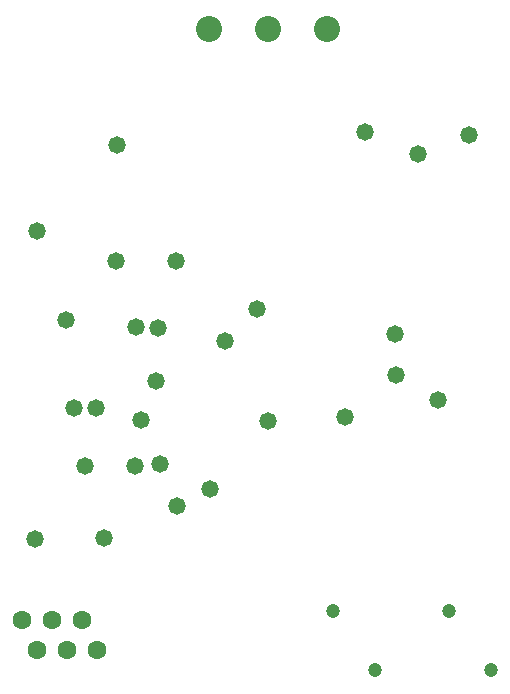
<source format=gbs>
%FSTAX23Y23*%
%MOIN*%
%SFA1B1*%

%IPPOS*%
%ADD48C,0.063110*%
%ADD51C,0.086732*%
%ADD52C,0.057992*%
%ADD53C,0.047362*%
%LNboard_tp3-1*%
%LPD*%
G54D48*
X00185Y00456D03*
X00235Y00356D03*
X00435D03*
X00285Y00456D03*
X00335Y00356D03*
X00385Y00456D03*
G54D51*
X01007Y02425D03*
X01204D03*
X00811D03*
G54D52*
X00228Y00724D03*
X00641Y01429D03*
X00236Y01751D03*
X01433Y01271D03*
X01007Y01118D03*
X00814Y00893D03*
X00704Y00834D03*
X00433Y01161D03*
X00358D03*
X00968Y01492D03*
X00862Y01385D03*
X01507Y02007D03*
X00503Y02039D03*
X00633Y01251D03*
X00334Y01456D03*
X0133Y02082D03*
X01677Y0207D03*
X00566Y01433D03*
X005Y01653D03*
X007D03*
X01429Y01409D03*
X01263Y01133D03*
X01574Y01188D03*
X0046Y00728D03*
X00645Y00976D03*
X00562Y00968D03*
X00582Y01122D03*
X00397Y00968D03*
G54D53*
X01748Y00287D03*
X0161Y00484D03*
X01362Y00287D03*
X01224Y00484D03*
M02*
</source>
